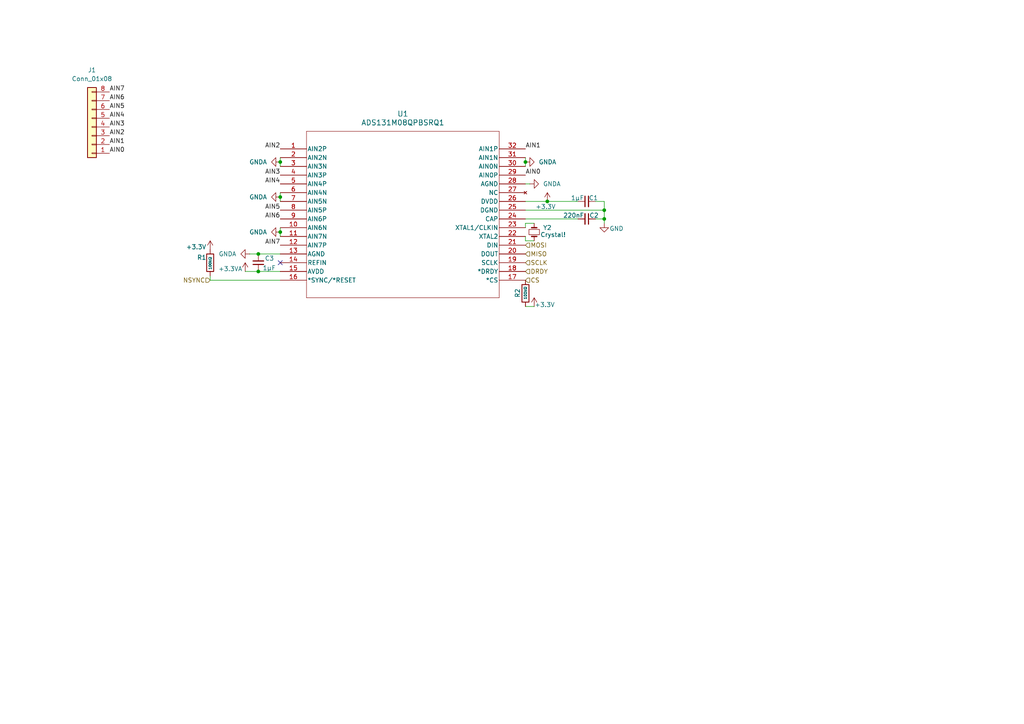
<source format=kicad_sch>
(kicad_sch (version 20231120) (generator "eeschema") (generator_version "8.0")
  (paper "A4")
  (lib_symbols
    (symbol "ADS131M08Q:ADS131M08QPBSRQ1" (pin_names (offset 0.254))
      (property "Reference" "U1" (at 35.56 10.16 0))
      (property "Value" "ADS131M08QPBSRQ1" (at 35.56 7.62 0))
      (symbol "ADS131M08QPBSRQ1_0_1"
        (polyline (pts (xy 7.62 -43.18) (xy 63.5 -43.18)) (stroke (width 0.127)))
        (polyline (pts (xy 7.62 5.08) (xy 7.62 -43.18)) (stroke (width 0.127)))
        (polyline (pts (xy 63.5 -43.18) (xy 63.5 5.08)) (stroke (width 0.127)))
        (polyline (pts (xy 63.5 5.08) (xy 7.62 5.08)) (stroke (width 0.127)))
        (pin input line (at 0 0 0) (length 7.62) (name "AIN2P") (number "1"))
        (pin input line (at 0 -22.86 0) (length 7.62) (name "AIN6N") (number "10"))
        (pin input line (at 0 -25.4 0) (length 7.62) (name "AIN7N") (number "11"))
        (pin input line (at 0 -27.94 0) (length 7.62) (name "AIN7P") (number "12"))
        (pin power_in line (at 0 -30.48 0) (length 7.62) (name "AGND") (number "13"))
        (pin power_in line (at 0 -33.02 0) (length 7.62) (name "REFIN") (number "14"))
        (pin power_in line (at 0 -35.56 0) (length 7.62) (name "AVDD") (number "15"))
        (pin input line (at 0 -38.1 0) (length 7.62) (name "*SYNC/*RESET") (number "16"))
        (pin input line (at 71.12 -38.1 180) (length 7.62) (name "*CS") (number "17"))
        (pin output line (at 71.12 -35.56 180) (length 7.62) (name "*DRDY") (number "18"))
        (pin input line (at 71.12 -33.02 180) (length 7.62) (name "SCLK") (number "19"))
        (pin input line (at 0 -2.54 0) (length 7.62) (name "AIN2N") (number "2"))
        (pin output line (at 71.12 -30.48 180) (length 7.62) (name "DOUT") (number "20"))
        (pin input line (at 71.12 -27.94 180) (length 7.62) (name "DIN") (number "21"))
        (pin output line (at 71.12 -25.4 180) (length 7.62) (name "XTAL2") (number "22"))
        (pin input line (at 71.12 -22.86 180) (length 7.62) (name "XTAL1/CLKIN") (number "23"))
        (pin output line (at 71.12 -20.32 180) (length 7.62) (name "CAP") (number "24"))
        (pin power_in line (at 71.12 -17.78 180) (length 7.62) (name "DGND") (number "25"))
        (pin power_in line (at 71.12 -15.24 180) (length 7.62) (name "DVDD") (number "26"))
        (pin no_connect line (at 71.12 -12.7 180) (length 7.62) (name "NC") (number "27"))
        (pin power_out line (at 71.12 -10.16 180) (length 7.62) (name "AGND") (number "28"))
        (pin input line (at 71.12 -7.62 180) (length 7.62) (name "AIN0P") (number "29"))
        (pin input line (at 0 -5.08 0) (length 7.62) (name "AIN3N") (number "3"))
        (pin input line (at 71.12 -5.08 180) (length 7.62) (name "AIN0N") (number "30"))
        (pin input line (at 71.12 -2.54 180) (length 7.62) (name "AIN1N") (number "31"))
        (pin input line (at 71.12 0 180) (length 7.62) (name "AIN1P") (number "32"))
        (pin input line (at 0 -7.62 0) (length 7.62) (name "AIN3P") (number "4"))
        (pin input line (at 0 -10.16 0) (length 7.62) (name "AIN4P") (number "5"))
        (pin input line (at 0 -12.7 0) (length 7.62) (name "AIN4N") (number "6"))
        (pin input line (at 0 -15.24 0) (length 7.62) (name "AIN5N") (number "7"))
        (pin input line (at 0 -17.78 0) (length 7.62) (name "AIN5P") (number "8"))
        (pin input line (at 0 -20.32 0) (length 7.62) (name "AIN6P") (number "9"))
      )
    )
    (symbol "Connector_Generic:Conn_01x08" (pin_names (offset 1.016) hide)
      (property "Reference" "J" (at 0 10.16 0))
      (property "Value" "Conn_01x08" (at 0 -12.7 0))
      (symbol "Conn_01x08_1_1"
        (rectangle (start -1.27 -10.033) (end 0 -10.287) (stroke (width 0.1524)))
        (rectangle (start -1.27 -7.493) (end 0 -7.747) (stroke (width 0.1524)))
        (rectangle (start -1.27 -4.953) (end 0 -5.207) (stroke (width 0.1524)))
        (rectangle (start -1.27 -2.413) (end 0 -2.667) (stroke (width 0.1524)))
        (rectangle (start -1.27 0.127) (end 0 -0.127) (stroke (width 0.1524)))
        (rectangle (start -1.27 2.667) (end 0 2.413) (stroke (width 0.1524)))
        (rectangle (start -1.27 5.207) (end 0 4.953) (stroke (width 0.1524)))
        (rectangle (start -1.27 7.747) (end 0 7.493) (stroke (width 0.1524)))
        (rectangle (start -1.27 8.89) (end 1.27 -11.43) (stroke (width 0.254)) (fill (type background)))
        (pin passive line (at -5.08 7.62 0) (length 3.81) (name "Pin_1") (number "1"))
        (pin passive line (at -5.08 5.08 0) (length 3.81) (name "Pin_2") (number "2"))
        (pin passive line (at -5.08 2.54 0) (length 3.81) (name "Pin_3") (number "3"))
        (pin passive line (at -5.08 0 0) (length 3.81) (name "Pin_4") (number "4"))
        (pin passive line (at -5.08 -2.54 0) (length 3.81) (name "Pin_5") (number "5"))
        (pin passive line (at -5.08 -5.08 0) (length 3.81) (name "Pin_6") (number "6"))
        (pin passive line (at -5.08 -7.62 0) (length 3.81) (name "Pin_7") (number "7"))
        (pin passive line (at -5.08 -10.16 0) (length 3.81) (name "Pin_8") (number "8"))
      )
    )
    (symbol "Device:C_Small" (pin_numbers hide) (pin_names (offset 0.254) hide)
      (property "Reference" "C" (at 0.254 1.778 0))
      (property "Value" "C_Small" (at 0.254 -2.032 0))
      (symbol "C_Small_0_1"
        (polyline (pts (xy -1.524 -0.508) (xy 1.524 -0.508)) (stroke (width 0.3302)))
        (polyline (pts (xy -1.524 0.508) (xy 1.524 0.508)) (stroke (width 0.3048)))
      )
      (symbol "C_Small_1_1"
        (pin passive line (at 0 2.54 270) (length 2.032) (name "~") (number "1"))
        (pin passive line (at 0 -2.54 90) (length 2.032) (name "~") (number "2"))
      )
    )
    (symbol "Device:Crystal_Small" (pin_numbers hide) (pin_names (offset 1.016) hide)
      (property "Reference" "Y" (at 0 2.54 0))
      (property "Value" "Crystal_Small" (at 0 -2.54 0))
      (symbol "Crystal_Small_0_1"
        (rectangle (start -0.762 -1.524) (end 0.762 1.524))
        (polyline (pts (xy -1.27 -0.762) (xy -1.27 0.762)) (stroke (width 0.381)))
        (polyline (pts (xy 1.27 -0.762) (xy 1.27 0.762)) (stroke (width 0.381)))
      )
      (symbol "Crystal_Small_1_1"
        (pin passive line (at -2.54 0 0) (length 1.27) (name "1") (number "1"))
        (pin passive line (at 2.54 0 180) (length 1.27) (name "2") (number "2"))
      )
    )
    (symbol "Device:R" (pin_numbers hide) (pin_names (offset 0))
      (property "Reference" "R" (at 2.032 0 90))
      (property "Value" "R" (at 0 0 90))
      (symbol "R_0_1"
        (rectangle (start -1.016 -2.54) (end 1.016 2.54) (stroke (width 0.254)))
      )
      (symbol "R_1_1"
        (pin passive line (at 0 3.81 270) (length 1.27) (name "~") (number "1"))
        (pin passive line (at 0 -3.81 90) (length 1.27) (name "~") (number "2"))
      )
    )
    (symbol "power:+3.3V" (power) (pin_numbers hide) (pin_names (offset 0) hide)
      (property "Value" "+3.3V" (at 0 3.556 0))
      (symbol "+3.3V_0_1"
        (polyline (pts (xy -0.762 1.27) (xy 0 2.54)))
        (polyline (pts (xy 0 0) (xy 0 2.54)))
        (polyline (pts (xy 0 2.54) (xy 0.762 1.27)))
      )
      (symbol "+3.3V_1_1"
        (pin power_in line (at 0 0 90) (length 0) (name "~") (number "1"))
      )
    )
    (symbol "power:+3.3VA" (power) (pin_numbers hide) (pin_names (offset 0) hide)
      (property "Value" "+3.3VA" (at 0 3.556 0))
      (symbol "+3.3VA_0_1"
        (polyline (pts (xy -0.762 1.27) (xy 0 2.54)))
        (polyline (pts (xy 0 0) (xy 0 2.54)))
        (polyline (pts (xy 0 2.54) (xy 0.762 1.27)))
      )
      (symbol "+3.3VA_1_1"
        (pin power_in line (at 0 0 90) (length 0) (name "~") (number "1"))
      )
    )
    (symbol "power:GND" (power) (pin_numbers hide) (pin_names (offset 0) hide)
      (property "Value" "GND" (at 0 -3.81 0))
      (symbol "GND_0_1"
        (polyline (pts (xy 0 0) (xy 0 -1.27) (xy 1.27 -1.27) (xy 0 -2.54) (xy -1.27 -1.27) (xy 0 -1.27)))
      )
      (symbol "GND_1_1"
        (pin power_in line (at 0 0 270) (length 0) (name "~") (number "1"))
      )
    )
    (symbol "power:GNDA" (power) (pin_numbers hide) (pin_names (offset 0) hide)
      (property "Value" "GNDA" (at 0 -3.81 0))
      (symbol "GNDA_0_1"
        (polyline (pts (xy 0 0) (xy 0 -1.27) (xy 1.27 -1.27) (xy 0 -2.54) (xy -1.27 -1.27) (xy 0 -1.27)))
      )
      (symbol "GNDA_1_1"
        (pin power_in line (at 0 0 270) (length 0) (name "~") (number "1"))
      )
    )
  )
  (junction (at 74.93 78.74))
  (junction (at 175.26 60.96))
  (junction (at 152.4 46.99))
  (junction (at 74.93 73.66))
  (junction (at 81.28 46.99))
  (junction (at 81.28 67.31))
  (junction (at 158.75 58.42))
  (junction (at 175.26 63.5))
  (junction (at 81.28 57.15))
  (no_connect (at 81.28 76.2))
  (wire (pts (xy 81.28 57.15) (xy 81.28 58.42)))
  (wire (pts (xy 175.26 63.5) (xy 175.26 60.96)))
  (wire (pts (xy 152.4 46.99) (xy 152.4 48.26)))
  (wire (pts (xy 152.4 64.77) (xy 154.94 64.77)))
  (wire (pts (xy 152.4 66.04) (xy 152.4 64.77)))
  (wire (pts (xy 175.26 64.77) (xy 175.26 63.5)))
  (wire (pts (xy 81.28 55.88) (xy 81.28 57.15)))
  (wire (pts (xy 167.64 63.5) (xy 152.4 63.5)))
  (wire (pts (xy 158.75 58.42) (xy 167.64 58.42)))
  (wire (pts (xy 81.28 67.31) (xy 81.28 68.58)))
  (wire (pts (xy 81.28 45.72) (xy 81.28 46.99)))
  (wire (pts (xy 172.72 63.5) (xy 175.26 63.5)))
  (wire (pts (xy 152.4 58.42) (xy 158.75 58.42)))
  (wire (pts (xy 74.93 78.74) (xy 81.28 78.74)))
  (wire (pts (xy 152.4 45.72) (xy 152.4 46.99)))
  (wire (pts (xy 60.96 81.28) (xy 81.28 81.28)))
  (wire (pts (xy 72.39 73.66) (xy 74.93 73.66)))
  (wire (pts (xy 175.26 58.42) (xy 172.72 58.42)))
  (wire (pts (xy 74.93 73.66) (xy 81.28 73.66)))
  (wire (pts (xy 175.26 60.96) (xy 175.26 58.42)))
  (wire (pts (xy 81.28 66.04) (xy 81.28 67.31)))
  (wire (pts (xy 60.96 80.01) (xy 60.96 81.28)))
  (wire (pts (xy 154.94 88.9) (xy 152.4 88.9)))
  (wire (pts (xy 154.94 69.85) (xy 152.4 69.85)))
  (wire (pts (xy 152.4 69.85) (xy 152.4 68.58)))
  (wire (pts (xy 81.28 46.99) (xy 81.28 48.26)))
  (wire (pts (xy 152.4 60.96) (xy 175.26 60.96)))
  (wire (pts (xy 71.12 78.74) (xy 74.93 78.74)))
  (wire (pts (xy 153.67 53.34) (xy 152.4 53.34)))
  (label "AIN6" (at 81.28 63.5 180))
  (label "AIN3" (at 81.28 50.8 180))
  (label "AIN1" (at 152.4 43.18 0))
  (label "AIN3" (at 31.75 36.83 0))
  (label "AIN5" (at 31.75 31.75 0))
  (label "AIN4" (at 31.75 34.29 0))
  (label "AIN0" (at 31.75 44.45 0))
  (label "AIN2" (at 81.28 43.18 180))
  (label "AIN4" (at 81.28 53.34 180))
  (label "AIN7" (at 81.28 71.12 180))
  (label "AIN0" (at 152.4 50.8 0))
  (label "AIN2" (at 31.75 39.37 0))
  (label "AIN1" (at 31.75 41.91 0))
  (label "AIN6" (at 31.75 29.21 0))
  (label "AIN5" (at 81.28 60.96 180))
  (label "AIN7" (at 31.75 26.67 0))
  (hierarchical_label "MOSI" (shape input) (at 152.4 71.12 0))
  (hierarchical_label "NSYNC" (shape input) (at 60.96 81.28 180))
  (hierarchical_label "DRDY" (shape input) (at 152.4 78.74 0))
  (hierarchical_label "CS" (shape input) (at 152.4 81.28 0))
  (hierarchical_label "MISO" (shape input) (at 152.4 73.66 0))
  (hierarchical_label "SCLK" (shape input) (at 152.4 76.2 0))
  (symbol (lib_id "power:+3.3V") (at 60.96 72.39 0) (unit 1)
    (property "Reference" "#PWR010" (effects (hide yes)))
    (property "Value" "+3.3V" (at 56.896 71.628 0))
    (property "Description" "Power symbol creates a global label with name \"+3.3V\"" (effects (hide yes)))
  )
  (symbol (lib_id "Connector_Generic:Conn_01x08") (at 26.67 36.83 180) (unit 1)
    (property "Reference" "J1" (at 26.67 20.32 0))
    (property "Value" "Conn_01x08" (at 26.67 22.86 0))
    (property "Description" "Generic connector, single row, 01x08, script generated (kicad-library-utils/schlib/autogen/connector/)" (effects (hide yes)))
  )
  (symbol (lib_id "power:+3.3V") (at 158.75 58.42 0) (unit 1)
    (property "Reference" "#PWR03" (effects (hide yes)))
    (property "Value" "+3.3V" (at 158.242 59.944 0))
    (property "Description" "Power symbol creates a global label with name \"+3.3V\"" (effects (hide yes)))
  )
  (symbol (lib_id "Device:R") (at 60.96 76.2 0) (unit 1)
    (property "Reference" "R1" (at 57.15 74.676 0) (effects (justify left)))
    (property "Value" "100kΩ" (at 60.96 78.232 90) (effects (font (size 0.762 0.762)) (justify left)))
    (property "Description" "Resistor" (effects (hide yes)))
  )
  (symbol (lib_id "Device:C_Small") (at 74.93 76.2 180) (unit 1)
    (property "Reference" "C3" (at 79.502 74.93 0) (effects (justify left)))
    (property "Value" "1μF" (at 80.01 77.724 0) (effects (justify left)))
    (property "Description" "Unpolarized capacitor, small symbol" (effects (hide yes)))
  )
  (symbol (lib_id "power:+3.3V") (at 154.94 88.9 0) (unit 1)
    (property "Reference" "#PWR011" (effects (hide yes)))
    (property "Value" "+3.3V" (at 157.988 88.392 0))
    (property "Description" "Power symbol creates a global label with name \"+3.3V\"" (effects (hide yes)))
  )
  (symbol (lib_id "power:GNDA") (at 72.39 73.66 270) (unit 1)
    (property "Reference" "#PWR05" (effects (hide yes)))
    (property "Value" "GNDA" (at 68.58 73.6599 90) (effects (justify right)))
    (property "Description" "Power symbol creates a global label with name \"GNDA\" , analog ground" (effects (hide yes)))
  )
  (symbol (lib_id "Device:C_Small") (at 170.18 58.42 90) (unit 1)
    (property "Reference" "C1" (at 173.482 57.404 90) (effects (justify left)))
    (property "Value" "1μF" (at 169.418 57.404 90) (effects (justify left)))
    (property "Description" "Unpolarized capacitor, small symbol" (effects (hide yes)))
  )
  (symbol (lib_id "power:GNDA") (at 81.28 46.99 270) (unit 1)
    (property "Reference" "#PWR07" (effects (hide yes)))
    (property "Value" "GNDA" (at 77.47 46.9899 90) (effects (justify right)))
    (property "Description" "Power symbol creates a global label with name \"GNDA\" , analog ground" (effects (hide yes)))
  )
  (symbol (lib_id "ADS131M08Q:ADS131M08QPBSRQ1") (at 81.28 43.18 0) (unit 1)
    (property "Reference" "U1" (at 116.84 33.02 0) (effects (font (size 1.524 1.524))))
    (property "Value" "ADS131M08QPBSRQ1" (at 116.84 35.56 0) (effects (font (size 1.524 1.524))))
    (property "Footprint" "TQFP32_PBS_TEX" (effects (hide yes)))
    (property "Datasheet" "https://www.ti.com/lit/ds/symlink/ads131m08-q1.pdf?ts=1738977833542" (effects (hide yes)))
  )
  (symbol (lib_id "power:GND") (at 175.26 64.77 0) (unit 1)
    (property "Reference" "#PWR02" (effects (hide yes)))
    (property "Value" "GND" (at 178.816 66.294 0))
    (property "Description" "Power symbol creates a global label with name \"GND\" , ground" (effects (hide yes)))
  )
  (symbol (lib_id "power:GNDA") (at 81.28 67.31 270) (unit 1)
    (property "Reference" "#PWR04" (effects (hide yes)))
    (property "Value" "GNDA" (at 77.47 67.3099 90) (effects (justify right)))
    (property "Description" "Power symbol creates a global label with name \"GNDA\" , analog ground" (effects (hide yes)))
  )
  (symbol (lib_id "Device:R") (at 152.4 85.09 0) (unit 1)
    (property "Reference" "R2" (at 150.114 86.36 90) (effects (justify left)))
    (property "Value" "100kΩ" (at 152.4 86.868 90) (effects (font (size 0.762 0.762)) (justify left)))
    (property "Description" "Resistor" (effects (hide yes)))
  )
  (symbol (lib_id "Device:Crystal_Small") (at 154.94 67.31 90) (unit 1)
    (property "Reference" "Y2" (at 157.48 66.0399 90) (effects (justify right)))
    (property "Value" "Crystal!" (at 156.718 68.072 90) (effects (justify right)))
    (property "Description" "Two pin crystal, small symbol" (effects (hide yes)))
  )
  (symbol (lib_id "Device:C_Small") (at 170.18 63.5 270) (unit 1)
    (property "Reference" "C2" (at 170.942 62.484 90) (effects (justify left)))
    (property "Value" "220nF" (at 163.322 62.484 90) (effects (justify left)))
    (property "Description" "Unpolarized capacitor, small symbol" (effects (hide yes)))
  )
  (symbol (lib_id "power:GNDA") (at 153.67 53.34 90) (unit 1)
    (property "Reference" "#PWR01" (effects (hide yes)))
    (property "Value" "GNDA" (at 157.48 53.3399 90) (effects (justify right)))
    (property "Description" "Power symbol creates a global label with name \"GNDA\" , analog ground" (effects (hide yes)))
  )
  (symbol (lib_id "power:+3.3VA") (at 71.12 78.74 0) (unit 1)
    (property "Reference" "#PWR09" (effects (hide yes)))
    (property "Value" "+3.3VA" (at 66.802 77.978 0))
    (property "Description" "Power symbol creates a global label with name \"+3.3VA\"" (effects (hide yes)))
  )
  (symbol (lib_id "power:GNDA") (at 81.28 57.15 270) (unit 1)
    (property "Reference" "#PWR06" (effects (hide yes)))
    (property "Value" "GNDA" (at 77.47 57.1499 90) (effects (justify right)))
    (property "Description" "Power symbol creates a global label with name \"GNDA\" , analog ground" (effects (hide yes)))
  )
  (symbol (lib_id "power:GNDA") (at 152.4 46.99 90) (unit 1)
    (property "Reference" "#PWR08" (effects (hide yes)))
    (property "Value" "GNDA" (at 156.21 46.9899 90) (effects (justify right)))
    (property "Description" "Power symbol creates a global label with name \"GNDA\" , analog ground" (effects (hide yes)))
  )
)
</source>
